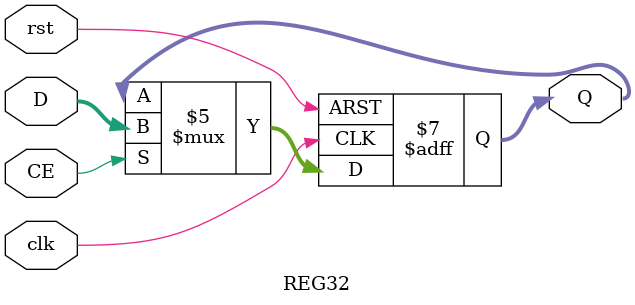
<source format=v>
`timescale 1ns / 1ps
module REG32(
input wire clk,
input wire rst,
input wire CE,
input wire[31:0] D,

output reg[31:0] Q
    );

always@(posedge clk or posedge rst) begin
	if(rst==1) Q[31:0] <= 32'h0000_0000;
	else begin
		if(CE==1) Q[31:0] <= D[31:0];
		else Q[31:0] <= Q[31:0];
	end
end

endmodule

</source>
